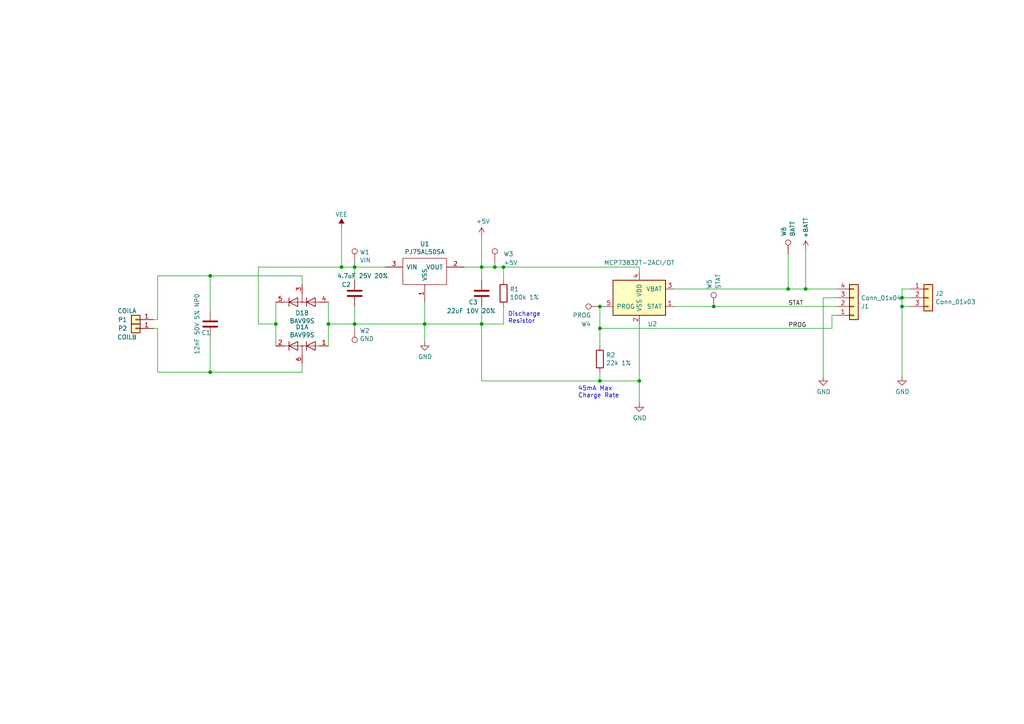
<source format=kicad_sch>
(kicad_sch (version 20230121) (generator eeschema)
  (paper "A4")
  (lib_symbols
    (symbol "Connector_Generic:Conn_01x01" (pin_names (offset 1.016) hide)
      (property "Reference" "J" (at 0 2.54 0))
      (property "Value" "Conn_01x01" (at 0 -2.54 0))
      (symbol "Conn_01x01_1_1"
        (rectangle (start -1.27 0.127) (end 0 -0.127) (stroke (width 0.1524)))
        (rectangle (start -1.27 1.27) (end 1.27 -1.27) (stroke (width 0.254)) (fill (type background)))
        (pin passive line (at -5.08 0 0) (length 3.81) (name "Pin_1") (number "1"))
      )
    )
    (symbol "Connector_Generic:Conn_01x03" (pin_names (offset 1.016) hide)
      (property "Reference" "J" (at 0 5.08 0))
      (property "Value" "Conn_01x03" (at 0 -5.08 0))
      (symbol "Conn_01x03_1_1"
        (rectangle (start -1.27 -2.413) (end 0 -2.667) (stroke (width 0.1524)))
        (rectangle (start -1.27 0.127) (end 0 -0.127) (stroke (width 0.1524)))
        (rectangle (start -1.27 2.667) (end 0 2.413) (stroke (width 0.1524)))
        (rectangle (start -1.27 3.81) (end 1.27 -3.81) (stroke (width 0.254)) (fill (type background)))
        (pin passive line (at -5.08 2.54 0) (length 3.81) (name "Pin_1") (number "1"))
        (pin passive line (at -5.08 0 0) (length 3.81) (name "Pin_2") (number "2"))
        (pin passive line (at -5.08 -2.54 0) (length 3.81) (name "Pin_3") (number "3"))
      )
    )
    (symbol "Connector_Generic:Conn_01x04" (pin_names (offset 1.016) hide)
      (property "Reference" "J" (at 0 5.08 0))
      (property "Value" "Conn_01x04" (at 0 -7.62 0))
      (symbol "Conn_01x04_1_1"
        (rectangle (start -1.27 -4.953) (end 0 -5.207) (stroke (width 0.1524)))
        (rectangle (start -1.27 -2.413) (end 0 -2.667) (stroke (width 0.1524)))
        (rectangle (start -1.27 0.127) (end 0 -0.127) (stroke (width 0.1524)))
        (rectangle (start -1.27 2.667) (end 0 2.413) (stroke (width 0.1524)))
        (rectangle (start -1.27 3.81) (end 1.27 -6.35) (stroke (width 0.254)) (fill (type background)))
        (pin passive line (at -5.08 2.54 0) (length 3.81) (name "Pin_1") (number "1"))
        (pin passive line (at -5.08 0 0) (length 3.81) (name "Pin_2") (number "2"))
        (pin passive line (at -5.08 -2.54 0) (length 3.81) (name "Pin_3") (number "3"))
        (pin passive line (at -5.08 -5.08 0) (length 3.81) (name "Pin_4") (number "4"))
      )
    )
    (symbol "Device:C" (pin_numbers hide) (pin_names (offset 0.254))
      (property "Reference" "C" (at 0.635 2.54 0))
      (property "Value" "C" (at 0.635 -2.54 0))
      (symbol "C_0_1"
        (polyline (pts (xy -2.032 -0.762) (xy 2.032 -0.762)) (stroke (width 0.508)))
        (polyline (pts (xy -2.032 0.762) (xy 2.032 0.762)) (stroke (width 0.508)))
      )
      (symbol "C_1_1"
        (pin passive line (at 0 3.81 270) (length 2.794) (name "~") (number "1"))
        (pin passive line (at 0 -3.81 90) (length 2.794) (name "~") (number "2"))
      )
    )
    (symbol "Device:R" (pin_numbers hide) (pin_names (offset 0))
      (property "Reference" "R" (at 2.032 0 90))
      (property "Value" "R" (at 0 0 90))
      (symbol "R_0_1"
        (rectangle (start -1.016 -2.54) (end 1.016 2.54) (stroke (width 0.254)))
      )
      (symbol "R_1_1"
        (pin passive line (at 0 3.81 270) (length 1.27) (name "~") (number "1"))
        (pin passive line (at 0 -3.81 90) (length 1.27) (name "~") (number "2"))
      )
    )
    (symbol "Pixels-dice:BAV99S-diode" (pin_names (offset 0.0254) hide)
      (property "Reference" "D" (at 0 2.54 0))
      (property "Value" "BAV99S-diode" (at 0 5.08 0))
      (symbol "BAV99S-diode_0_1"
        (polyline (pts (xy -5.08 0) (xy 5.08 0)))
        (polyline (pts (xy 0 0) (xy 0 -2.54)))
        (polyline (pts (xy -1.27 -1.27) (xy -1.27 1.27) (xy -1.27 1.27)) (stroke (width 0.2032)))
        (polyline (pts (xy 3.81 1.27) (xy 3.81 -1.27) (xy 3.81 -1.27)) (stroke (width 0.2032)))
        (polyline (pts (xy -3.81 1.27) (xy -1.27 0) (xy -3.81 -1.27) (xy -3.81 1.27) (xy -3.81 1.27) (xy -3.81 1.27)) (stroke (width 0.2032)))
        (polyline (pts (xy 1.27 1.27) (xy 3.81 0) (xy 1.27 -1.27) (xy 1.27 1.27) (xy 1.27 1.27) (xy 1.27 1.27)) (stroke (width 0.2032)))
        (circle (center 0 0) (radius 0.127))
      )
      (symbol "BAV99S-diode_1_1"
        (polyline (pts (xy 6.35 0) (xy 7.62 0)))
        (pin passive line (at -7.62 0 0) (length 2.54) (name "A1") (number "1"))
        (pin passive line (at 7.62 0 180) (length 2.54) (name "K2") (number "2"))
        (pin passive line (at 0 -5.08 90) (length 2.54) (name "K3A4") (number "6"))
      )
      (symbol "BAV99S-diode_2_1"
        (polyline (pts (xy 6.35 0) (xy 7.62 0)))
        (pin passive line (at 0 -5.08 90) (length 2.54) (name "K1A2") (number "3"))
        (pin passive line (at -7.62 0 0) (length 2.54) (name "A3") (number "4"))
        (pin passive line (at 7.62 0 180) (length 2.54) (name "K4") (number "5"))
      )
    )
    (symbol "Pixels-dice:HX6306P502MR" (pin_names (offset 1.016))
      (property "Reference" "U" (at 3.81 -6.35 0))
      (property "Value" "HX6306P502MR" (at 0 3.81 0))
      (symbol "HX6306P502MR_0_1"
        (rectangle (start -6.35 2.54) (end 6.35 -5.08))
      )
      (symbol "HX6306P502MR_1_1"
        (pin power_in line (at 0 -10.16 90) (length 5.08) (name "VSS") (number "1"))
        (pin power_out line (at 11.43 0 180) (length 5.08) (name "VOUT") (number "2"))
        (pin power_in line (at -11.43 0 0) (length 5.08) (name "VIN") (number "3"))
      )
    )
    (symbol "Pixels-dice:MCP73831-2-OT-battery_management" (pin_names (offset 1.016))
      (property "Reference" "U" (at -7.62 6.35 0))
      (property "Value" "MCP73831-2-OT-battery_management" (at 1.27 6.35 0))
      (symbol "MCP73831-2-OT-battery_management_0_1"
        (rectangle (start -7.62 5.08) (end 7.62 -5.08) (stroke (width 0.254)) (fill (type background)))
      )
      (symbol "MCP73831-2-OT-battery_management_1_1"
        (pin output line (at 10.16 -2.54 180) (length 2.54) (name "STAT") (number "1"))
        (pin power_in line (at 0 -7.62 90) (length 2.54) (name "VSS") (number "2"))
        (pin power_out line (at 10.16 2.54 180) (length 2.54) (name "VBAT") (number "3"))
        (pin power_in line (at 0 7.62 270) (length 2.54) (name "VDD") (number "4"))
        (pin input line (at -10.16 -2.54 0) (length 2.54) (name "PROG") (number "5"))
      )
    )
    (symbol "Pixels-dice:TEST_1P-conn" (pin_numbers hide) (pin_names (offset 0.762) hide)
      (property "Reference" "W" (at 0 6.858 0))
      (property "Value" "TEST_1P-conn" (at 0 5.08 0))
      (symbol "TEST_1P-conn_0_1"
        (circle (center 0 3.302) (radius 0.762))
      )
      (symbol "TEST_1P-conn_1_1"
        (pin passive line (at 0 0 90) (length 2.54) (name "1") (number "1"))
      )
    )
    (symbol "power:+5V" (power) (pin_names (offset 0))
      (property "Value" "+5V" (at 0 3.556 0))
      (symbol "+5V_0_1"
        (polyline (pts (xy -0.762 1.27) (xy 0 2.54)))
        (polyline (pts (xy 0 0) (xy 0 2.54)))
        (polyline (pts (xy 0 2.54) (xy 0.762 1.27)))
      )
      (symbol "+5V_1_1"
        (pin power_in line (at 0 0 90) (length 0) hide (name "+5V") (number "1"))
      )
    )
    (symbol "power:+BATT" (power) (pin_names (offset 0))
      (property "Value" "+BATT" (at 0 3.556 0))
      (symbol "+BATT_0_1"
        (polyline (pts (xy -0.762 1.27) (xy 0 2.54)))
        (polyline (pts (xy 0 0) (xy 0 2.54)))
        (polyline (pts (xy 0 2.54) (xy 0.762 1.27)))
      )
      (symbol "+BATT_1_1"
        (pin power_in line (at 0 0 90) (length 0) hide (name "+BATT") (number "1"))
      )
    )
    (symbol "power:GND" (power) (pin_names (offset 0))
      (property "Value" "GND" (at 0 -3.81 0))
      (symbol "GND_0_1"
        (polyline (pts (xy 0 0) (xy 0 -1.27) (xy 1.27 -1.27) (xy 0 -2.54) (xy -1.27 -1.27) (xy 0 -1.27)))
      )
      (symbol "GND_1_1"
        (pin power_in line (at 0 0 270) (length 0) hide (name "GND") (number "1"))
      )
    )
    (symbol "power:VEE" (power) (pin_names (offset 0))
      (property "Value" "VEE" (at 0 3.81 0))
      (symbol "VEE_0_1"
        (polyline (pts (xy 0 0) (xy 0 2.54)))
        (polyline (pts (xy 0.762 1.27) (xy -0.762 1.27) (xy 0 2.54) (xy 0.762 1.27)) (fill (type outline)))
      )
      (symbol "VEE_1_1"
        (pin power_in line (at 0 0 90) (length 0) hide (name "VEE") (number "1"))
      )
    )
  )
  (junction (at 95.25 93.98))
  (junction (at 80.01 93.98))
  (junction (at 185.42 110.49))
  (junction (at 228.6 83.82))
  (junction (at 60.96 107.95))
  (junction (at 123.19 93.98))
  (junction (at 139.7 93.98))
  (junction (at 102.87 93.98))
  (junction (at 143.51 77.47))
  (junction (at 173.99 88.9))
  (junction (at 261.62 88.9))
  (junction (at 261.62 86.36))
  (junction (at 60.96 80.01))
  (junction (at 139.7 77.47))
  (junction (at 173.99 110.49))
  (junction (at 102.87 77.47))
  (junction (at 146.05 77.47))
  (junction (at 207.01 88.9))
  (junction (at 173.99 95.25))
  (junction (at 99.06 77.47))
  (junction (at 233.68 83.82))
  (wire (pts (xy 143.51 76.2) (xy 143.51 77.47)))
  (wire (pts (xy 102.87 77.47) (xy 111.76 77.47)))
  (wire (pts (xy 74.93 93.98) (xy 74.93 77.47)))
  (wire (pts (xy 233.68 83.82) (xy 242.57 83.82)))
  (wire (pts (xy 261.62 86.36) (xy 261.62 88.9)))
  (wire (pts (xy 146.05 77.47) (xy 146.05 81.28)))
  (wire (pts (xy 173.99 95.25) (xy 173.99 88.9)))
  (wire (pts (xy 261.62 83.82) (xy 264.16 83.82)))
  (wire (pts (xy 175.26 88.9) (xy 173.99 88.9)))
  (wire (pts (xy 146.05 77.47) (xy 185.42 77.47)))
  (wire (pts (xy 207.01 88.9) (xy 242.57 88.9)))
  (wire (pts (xy 238.76 86.36) (xy 238.76 109.22)))
  (wire (pts (xy 99.06 77.47) (xy 102.87 77.47)))
  (wire (pts (xy 102.87 76.2) (xy 102.87 77.47)))
  (wire (pts (xy 143.51 77.47) (xy 146.05 77.47)))
  (wire (pts (xy 95.25 87.63) (xy 95.25 93.98)))
  (wire (pts (xy 102.87 95.25) (xy 102.87 93.98)))
  (wire (pts (xy 173.99 107.95) (xy 173.99 110.49)))
  (wire (pts (xy 173.99 110.49) (xy 185.42 110.49)))
  (wire (pts (xy 45.72 95.25) (xy 44.45 95.25)))
  (wire (pts (xy 134.62 77.47) (xy 139.7 77.47)))
  (wire (pts (xy 80.01 93.98) (xy 80.01 100.33)))
  (wire (pts (xy 123.19 87.63) (xy 123.19 93.98)))
  (wire (pts (xy 99.06 66.04) (xy 99.06 77.47)))
  (wire (pts (xy 95.25 93.98) (xy 95.25 100.33)))
  (wire (pts (xy 146.05 88.9) (xy 146.05 93.98)))
  (wire (pts (xy 102.87 93.98) (xy 95.25 93.98)))
  (wire (pts (xy 45.72 80.01) (xy 45.72 92.71)))
  (wire (pts (xy 261.62 86.36) (xy 264.16 86.36)))
  (wire (pts (xy 195.58 88.9) (xy 207.01 88.9)))
  (wire (pts (xy 241.3 91.44) (xy 241.3 95.25)))
  (wire (pts (xy 80.01 87.63) (xy 80.01 93.98)))
  (wire (pts (xy 185.42 110.49) (xy 185.42 116.84)))
  (wire (pts (xy 139.7 68.58) (xy 139.7 77.47)))
  (wire (pts (xy 228.6 73.66) (xy 228.6 83.82)))
  (wire (pts (xy 139.7 93.98) (xy 139.7 110.49)))
  (wire (pts (xy 87.63 82.55) (xy 87.63 80.01)))
  (wire (pts (xy 173.99 95.25) (xy 241.3 95.25)))
  (wire (pts (xy 60.96 107.95) (xy 45.72 107.95)))
  (wire (pts (xy 74.93 77.47) (xy 99.06 77.47)))
  (wire (pts (xy 102.87 77.47) (xy 102.87 81.28)))
  (wire (pts (xy 80.01 93.98) (xy 74.93 93.98)))
  (wire (pts (xy 261.62 83.82) (xy 261.62 86.36)))
  (wire (pts (xy 123.19 93.98) (xy 123.19 99.06)))
  (wire (pts (xy 45.72 107.95) (xy 45.72 95.25)))
  (wire (pts (xy 233.68 72.39) (xy 233.68 83.82)))
  (wire (pts (xy 60.96 90.17) (xy 60.96 80.01)))
  (wire (pts (xy 228.6 83.82) (xy 233.68 83.82)))
  (wire (pts (xy 102.87 88.9) (xy 102.87 93.98)))
  (wire (pts (xy 60.96 80.01) (xy 45.72 80.01)))
  (wire (pts (xy 87.63 105.41) (xy 87.63 107.95)))
  (wire (pts (xy 60.96 80.01) (xy 87.63 80.01)))
  (wire (pts (xy 173.99 95.25) (xy 173.99 100.33)))
  (wire (pts (xy 185.42 78.74) (xy 185.42 77.47)))
  (wire (pts (xy 123.19 93.98) (xy 139.7 93.98)))
  (wire (pts (xy 146.05 93.98) (xy 139.7 93.98)))
  (wire (pts (xy 242.57 86.36) (xy 238.76 86.36)))
  (wire (pts (xy 261.62 88.9) (xy 261.62 109.22)))
  (wire (pts (xy 139.7 110.49) (xy 173.99 110.49)))
  (wire (pts (xy 45.72 92.71) (xy 44.45 92.71)))
  (wire (pts (xy 102.87 93.98) (xy 123.19 93.98)))
  (wire (pts (xy 261.62 88.9) (xy 264.16 88.9)))
  (wire (pts (xy 241.3 91.44) (xy 242.57 91.44)))
  (wire (pts (xy 60.96 97.79) (xy 60.96 107.95)))
  (wire (pts (xy 139.7 77.47) (xy 143.51 77.47)))
  (wire (pts (xy 60.96 107.95) (xy 87.63 107.95)))
  (wire (pts (xy 195.58 83.82) (xy 228.6 83.82)))
  (wire (pts (xy 139.7 93.98) (xy 139.7 88.9)))
  (wire (pts (xy 139.7 77.47) (xy 139.7 81.28)))
  (wire (pts (xy 185.42 93.98) (xy 185.42 110.49)))
  (text "Discharge\nResistor" (at 147.32 93.98 0) (effects (font (size 1.27 1.27)) (justify left bottom)))
  (text "45mA Max\nCharge Rate" (at 167.64 115.57 0) (effects (font (size 1.27 1.27)) (justify left bottom)))
  (label "STAT" (at 228.6 88.9 0))
  (label "PROG" (at 228.6 95.25 0))
  (symbol (lib_id "Pixels-dice:MCP73831-2-OT-battery_management") (at 185.42 86.36 0) (unit 1)
    (property "Reference" "U2" (at 189.23 93.98 0))
    (property "Value" "MCP73832T-2ACI/OT" (at 185.42 76.2 0))
    (property "Footprint" "Package_TO_SOT_SMD:SOT-23-5" (effects hide))
    (property "Datasheet" "http://ww1.microchip.com/downloads/en/DeviceDoc/20001984g.pdf" (effects hide))
    (property "Generic OK" "NO" (effects hide))
    (property "Manufacturer" "Microchip" (effects hide))
    (property "Manufacturer Part Number" "MCP73832T-2ACI/OT" (effects hide))
    (property "Pixels Part Number" "SMD-U005" (effects hide))
    (property "LCSC Part Number" "C38066" (effects hide))
  )
  (symbol (lib_id "Pixels-dice:TEST_1P-conn") (at 102.87 76.2 0) (unit 1)
    (property "Reference" "W1" (at 104.3432 73.152 0) (effects (justify left)))
    (property "Value" "VIN" (at 104.3432 75.4634 0) (effects (justify left)))
    (property "Footprint" "Pixels-dice:TEST_PIN" (effects hide))
    (property "Generic OK" "N/A" (effects hide))
  )
  (symbol (lib_id "Pixels-dice:BAV99S-diode") (at 87.63 100.33 0) (mirror y) (unit 1)
    (property "Reference" "D1" (at 87.63 94.8436 0))
    (property "Value" "BAV99S" (at 87.63 97.155 0))
    (property "Footprint" "Package_TO_SOT_SMD:SOT-363_SC-70-6" (effects hide))
    (property "Datasheet" "https://assets.nexperia.com/documents/data-sheet/BAV99_SER.pdf" (effects hide))
    (property "Generic OK" "YES" (effects hide))
    (property "Manufacturer" "Nexperia" (effects hide))
    (property "Manufacturer Part Number" "BAV99S,115" (effects hide))
    (property "Pixels Part Number" "SMD-D001" (effects hide))
    (property "LCSC Part Number" "C96225" (effects hide))
  )
  (symbol (lib_id "Pixels-dice:TEST_1P-conn") (at 173.99 88.9 90) (unit 1)
    (property "Reference" "W4" (at 171.45 93.98 90) (effects (justify left)))
    (property "Value" "PROG" (at 171.45 91.44 90) (effects (justify left)))
    (property "Footprint" "Pixels-dice:TEST_PIN" (effects hide))
    (property "Generic OK" "N/A" (effects hide))
  )
  (symbol (lib_id "Pixels-dice:TEST_1P-conn") (at 102.87 95.25 180) (unit 1)
    (property "Reference" "W2" (at 104.3432 95.9358 0) (effects (justify right)))
    (property "Value" "GND" (at 104.3432 98.2472 0) (effects (justify right)))
    (property "Footprint" "Pixels-dice:TEST_PIN" (effects hide))
    (property "Generic OK" "N/A" (effects hide))
  )
  (symbol (lib_id "Connector_Generic:Conn_01x01") (at 39.37 95.25 180) (unit 1)
    (property "Reference" "P2" (at 35.56 95.25 0))
    (property "Value" "COILB" (at 36.83 97.79 0))
    (property "Footprint" "TestPoint:TestPoint_THTPad_D1.5mm_Drill0.7mm" (effects hide))
    (property "Generic OK" "N/A" (effects hide))
  )
  (symbol (lib_id "Pixels-dice:HX6306P502MR") (at 123.19 77.47 0) (unit 1)
    (property "Reference" "U1" (at 123.19 70.739 0))
    (property "Value" "PJ75AL50SA" (at 123.19 73.0504 0))
    (property "Footprint" "Pixels-dice:SOT-23" (effects hide))
    (property "Manufacturer" "PJSEMI" (effects hide))
    (property "Manufacturer Part Number" "PJ75AL50SA" (effects hide))
    (property "Generic OK" "NO" (effects hide))
  )
  (symbol (lib_id "power:GND") (at 185.42 116.84 0) (unit 1)
    (property "Reference" "#PWR04" (effects hide))
    (property "Value" "GND" (at 185.547 121.2342 0))
  )
  (symbol (lib_id "power:+5V") (at 139.7 68.58 0) (unit 1)
    (property "Reference" "#PWR03" (effects hide))
    (property "Value" "+5V" (at 140.081 64.1858 0))
  )
  (symbol (lib_id "Device:C") (at 139.7 85.09 0) (unit 1)
    (property "Reference" "C3" (at 135.89 87.63 0) (effects (justify left)))
    (property "Value" "22uF 10V 20%" (at 129.54 90.17 0) (effects (justify left)))
    (property "Footprint" "Capacitor_SMD:C_0603_1608Metric" (effects hide))
    (property "Generic OK" "YES" (effects hide))
    (property "Pixels Part Number" "SMD-C002" (effects hide))
    (property "Manufacturer" "Murata" (effects hide))
    (property "Manufacturer Part Number" "GRM188R61A226ME15D" (effects hide))
    (property "LCSC Part Number" "C84419" (effects hide))
  )
  (symbol (lib_id "power:GND") (at 123.19 99.06 0) (unit 1)
    (property "Reference" "#PWR02" (effects hide))
    (property "Value" "GND" (at 123.317 103.4542 0))
  )
  (symbol (lib_id "Connector_Generic:Conn_01x04") (at 247.65 88.9 0) (mirror x) (unit 1)
    (property "Reference" "J1" (at 249.682 88.8421 0) (effects (justify left)))
    (property "Value" "Conn_01x04" (at 249.682 86.4179 0) (effects (justify left)))
    (property "Footprint" "Connector_PinHeader_2.54mm:PinHeader_1x04_P2.54mm_Vertical" (effects hide))
  )
  (symbol (lib_id "Device:R") (at 173.99 104.14 0) (unit 1)
    (property "Reference" "R2" (at 175.768 102.9716 0) (effects (justify left)))
    (property "Value" "22k 1%" (at 175.768 105.283 0) (effects (justify left)))
    (property "Footprint" "Resistor_SMD:R_0402_1005Metric" (effects hide))
    (property "Generic OK" "YES" (effects hide))
    (property "Pixels Part Number" "SMD-R002" (effects hide))
    (property "Manufacturer" "UNI-ROYAL(Uniroyal Elec)" (effects hide))
    (property "Manufacturer Part Number" "0402WGF2202TCE" (effects hide))
    (property "LCSC Part Number" "C25768" (effects hide))
  )
  (symbol (lib_id "Device:R") (at 146.05 85.09 0) (unit 1)
    (property "Reference" "R1" (at 147.828 83.9216 0) (effects (justify left)))
    (property "Value" "100k 1%" (at 147.828 86.233 0) (effects (justify left)))
    (property "Footprint" "Pixels-dice:R_0402_1005Metric" (effects hide))
    (property "Generic OK" "YES" (effects hide))
    (property "Pixels Part Number" "SMD-R006" (effects hide))
    (property "Manufacturer" "UNI-ROYAL(Uniroyal Elec)" (effects hide))
    (property "Manufacturer Part Number" "0402WGF1003TCE" (effects hide))
    (property "LCSC Part Number" "C25741" (effects hide))
  )
  (symbol (lib_id "power:GND") (at 261.62 109.22 0) (unit 1)
    (property "Reference" "#PWR07" (effects hide))
    (property "Value" "GND" (at 261.747 113.6142 0))
  )
  (symbol (lib_id "Device:C") (at 60.96 93.98 0) (unit 1)
    (property "Reference" "C1" (at 58.42 96.52 0) (effects (justify left)))
    (property "Value" "12nF 50V 5% NP0" (at 57.15 102.87 90) (effects (justify left)))
    (property "Footprint" "Capacitor_SMD:C_0805_2012Metric" (effects hide))
    (property "Generic OK" "NO" (effects hide))
    (property "Pixels Part Number" "SMD-C011" (effects hide))
    (property "Manufacturer" "Murata" (effects hide))
    (property "Manufacturer Part Number" "GRM2195C1H123JA01D" (effects hide))
    (property "LCSC Part Number" "C97906" (effects hide))
  )
  (symbol (lib_id "Connector_Generic:Conn_01x03") (at 269.24 86.36 0) (unit 1)
    (property "Reference" "J2" (at 271.272 85.1479 0) (effects (justify left)))
    (property "Value" "Conn_01x03" (at 271.272 87.5721 0) (effects (justify left)))
    (property "Footprint" "Connector_PinHeader_2.54mm:PinHeader_1x03_P2.54mm_Vertical" (effects hide))
  )
  (symbol (lib_id "power:GND") (at 238.76 109.22 0) (unit 1)
    (property "Reference" "#PWR06" (effects hide))
    (property "Value" "GND" (at 238.887 113.6142 0))
  )
  (symbol (lib_id "Device:C") (at 102.87 85.09 0) (unit 1)
    (property "Reference" "C2" (at 99.06 82.55 0) (effects (justify left)))
    (property "Value" "4.7uF 25V 20%" (at 97.79 80.01 0) (effects (justify left)))
    (property "Footprint" "Capacitor_SMD:C_0603_1608Metric" (effects hide))
    (property "Generic OK" "YES" (effects hide))
    (property "Pixels Part Number" "SMD-C010" (effects hide))
    (property "Manufacturer" "Murata" (effects hide))
    (property "Manufacturer Part Number" "GRM188R61E475KE11D" (effects hide))
    (property "LCSC Part Number" "C90057" (effects hide))
  )
  (symbol (lib_id "Connector_Generic:Conn_01x01") (at 39.37 92.71 180) (unit 1)
    (property "Reference" "P1" (at 35.56 92.71 0))
    (property "Value" "COILA" (at 36.83 90.17 0))
    (property "Footprint" "TestPoint:TestPoint_THTPad_D1.5mm_Drill0.7mm" (effects hide))
    (property "Generic OK" "N/A" (effects hide))
  )
  (symbol (lib_id "power:VEE") (at 99.06 66.04 0) (unit 1)
    (property "Reference" "#PWR01" (effects hide))
    (property "Value" "VEE" (at 99.06 62.23 0))
  )
  (symbol (lib_id "Pixels-dice:BAV99S-diode") (at 87.63 87.63 180) (unit 2)
    (property "Reference" "D1" (at 87.63 90.7796 0))
    (property "Value" "BAV99S" (at 87.63 93.091 0))
    (property "Footprint" "Package_TO_SOT_SMD:SOT-363_SC-70-6" (effects hide))
    (property "Datasheet" "https://assets.nexperia.com/documents/data-sheet/BAV99_SER.pdf" (effects hide))
    (property "Generic OK" "YES" (effects hide))
    (property "Manufacturer" "Nexperia" (effects hide))
    (property "Manufacturer Part Number" "BAV99S,115" (effects hide))
    (property "Pixels Part Number" "SMD-D001" (effects hide))
    (property "LCSC Part Number" "C96225" (effects hide))
  )
  (symbol (lib_id "power:+BATT") (at 233.68 72.39 0) (unit 1)
    (property "Reference" "#PWR05" (effects hide))
    (property "Value" "+BATT" (at 233.68 66.04 90))
  )
  (symbol (lib_id "Pixels-dice:TEST_1P-conn") (at 228.6 73.66 0) (unit 1)
    (property "Reference" "W6" (at 227.33 68.58 90) (effects (justify left)))
    (property "Value" "BATT" (at 229.87 68.58 90) (effects (justify left)))
    (property "Footprint" "Pixels-dice:TEST_PIN" (effects hide))
    (property "Generic OK" "N/A" (effects hide))
  )
  (symbol (lib_id "Pixels-dice:TEST_1P-conn") (at 143.51 76.2 0) (unit 1)
    (property "Reference" "W3" (at 146.05 73.66 0) (effects (justify left)))
    (property "Value" "+5V" (at 146.05 76.2 0) (effects (justify left)))
    (property "Footprint" "Pixels-dice:TEST_PIN" (effects hide))
    (property "Generic OK" "N/A" (effects hide))
  )
  (symbol (lib_id "Pixels-dice:TEST_1P-conn") (at 207.01 88.9 0) (unit 1)
    (property "Reference" "W5" (at 205.74 83.82 90) (effects (justify left)))
    (property "Value" "STAT" (at 208.28 83.82 90) (effects (justify left)))
    (property "Footprint" "Pixels-dice:TEST_PIN" (effects hide))
    (property "Generic OK" "N/A" (effects hide))
  )
)
</source>
